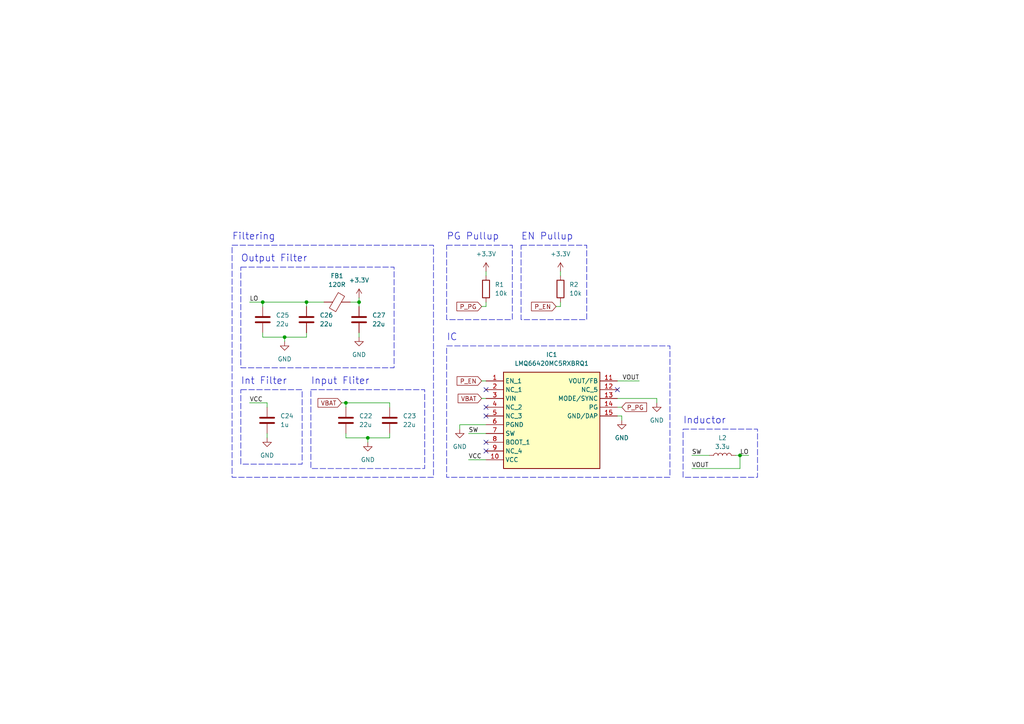
<source format=kicad_sch>
(kicad_sch (version 20230121) (generator eeschema)
  (paper "A4")
  (title_block (title "PSU") (date "2024-01-25") (rev "1.0"))
  (lib_symbols
    (symbol "Device:C" (pin_numbers hide) (pin_names (offset 0.254))
      (property "Reference" "C" (at 0.635 2.54 0))
      (property "Value" "C" (at 0.635 -2.54 0))
      (symbol "C_0_1"
        (polyline (pts (xy -2.032 -0.762) (xy 2.032 -0.762)) (stroke (width 0.508)))
        (polyline (pts (xy -2.032 0.762) (xy 2.032 0.762)) (stroke (width 0.508)))
      )
      (symbol "C_1_1"
        (pin passive line (at 0 3.81 270) (length 2.794) (name "~") (number "1"))
        (pin passive line (at 0 -3.81 90) (length 2.794) (name "~") (number "2"))
      )
    )
    (symbol "Device:FerriteBead" (pin_numbers hide) (pin_names (offset 0))
      (property "Reference" "FB" (at -3.81 0.635 90))
      (property "Value" "FerriteBead" (at 3.81 0 90))
      (symbol "FerriteBead_0_1"
        (polyline (pts (xy 0 -1.27) (xy 0 -1.2192)))
        (polyline (pts (xy 0 1.27) (xy 0 1.2954)))
        (polyline (pts (xy -2.7686 0.4064) (xy -1.7018 2.2606) (xy 2.7686 -0.3048) (xy 1.6764 -2.159) (xy -2.7686 0.4064)))
      )
      (symbol "FerriteBead_1_1"
        (pin passive line (at 0 3.81 270) (length 2.54) (name "~") (number "1"))
        (pin passive line (at 0 -3.81 90) (length 2.54) (name "~") (number "2"))
      )
    )
    (symbol "Device:L" (pin_numbers hide) (pin_names (offset 1.016) hide)
      (property "Reference" "L" (at -1.27 0 90))
      (property "Value" "L" (at 1.905 0 90))
      (symbol "L_0_1"
        (arc (start 0 -2.54) (mid 0.6323 -1.905) (end 0 -1.27))
        (arc (start 0 -1.27) (mid 0.6323 -0.635) (end 0 0))
        (arc (start 0 0) (mid 0.6323 0.635) (end 0 1.27))
        (arc (start 0 1.27) (mid 0.6323 1.905) (end 0 2.54))
      )
      (symbol "L_1_1"
        (pin passive line (at 0 3.81 270) (length 1.27) (name "1") (number "1"))
        (pin passive line (at 0 -3.81 90) (length 1.27) (name "2") (number "2"))
      )
    )
    (symbol "Device:R" (pin_numbers hide) (pin_names (offset 0))
      (property "Reference" "R" (at 2.032 0 90))
      (property "Value" "R" (at 0 0 90))
      (symbol "R_0_1"
        (rectangle (start -1.016 -2.54) (end 1.016 2.54) (stroke (width 0.254)))
      )
      (symbol "R_1_1"
        (pin passive line (at 0 3.81 270) (length 1.27) (name "~") (number "1"))
        (pin passive line (at 0 -3.81 90) (length 1.27) (name "~") (number "2"))
      )
    )
    (symbol "LMQ66420MC5RXBRQ1:LMQ66420MC5RXBRQ1"
      (property "Reference" "IC" (at 34.29 7.62 0))
      (property "Value" "LMQ66420MC5RXBRQ1" (at 34.29 5.08 0))
      (symbol "LMQ66420MC5RXBRQ1_1_1"
        (rectangle (start 5.08 2.54) (end 33.02 -25.4) (stroke (width 0.254)) (fill (type background)))
        (pin passive line (at 0 0 0) (length 5.08) (name "EN_1") (number "1"))
        (pin passive line (at 0 -22.86 0) (length 5.08) (name "VCC") (number "10"))
        (pin passive line (at 38.1 0 180) (length 5.08) (name "VOUT/FB") (number "11"))
        (pin passive line (at 38.1 -2.54 180) (length 5.08) (name "NC_5") (number "12"))
        (pin passive line (at 38.1 -5.08 180) (length 5.08) (name "MODE/SYNC") (number "13"))
        (pin passive line (at 38.1 -7.62 180) (length 5.08) (name "PG") (number "14"))
        (pin passive line (at 38.1 -10.16 180) (length 5.08) (name "GND/DAP") (number "15"))
        (pin passive line (at 0 -2.54 0) (length 5.08) (name "NC_1") (number "2"))
        (pin passive line (at 0 -5.08 0) (length 5.08) (name "VIN") (number "3"))
        (pin passive line (at 0 -7.62 0) (length 5.08) (name "NC_2") (number "4"))
        (pin passive line (at 0 -10.16 0) (length 5.08) (name "NC_3") (number "5"))
        (pin passive line (at 0 -12.7 0) (length 5.08) (name "PGND") (number "6"))
        (pin passive line (at 0 -15.24 0) (length 5.08) (name "SW") (number "7"))
        (pin passive line (at 0 -17.78 0) (length 5.08) (name "BOOT_1") (number "8"))
        (pin passive line (at 0 -20.32 0) (length 5.08) (name "NC_4") (number "9"))
      )
    )
    (symbol "power:+3.3V" (power) (pin_names (offset 0))
      (property "Value" "+3.3V" (at 0 3.556 0))
      (symbol "+3.3V_0_1"
        (polyline (pts (xy -0.762 1.27) (xy 0 2.54)))
        (polyline (pts (xy 0 0) (xy 0 2.54)))
        (polyline (pts (xy 0 2.54) (xy 0.762 1.27)))
      )
      (symbol "+3.3V_1_1"
        (pin power_in line (at 0 0 90) (length 0) hide (name "+3.3V") (number "1"))
      )
    )
    (symbol "power:GND" (power) (pin_names (offset 0))
      (property "Value" "GND" (at 0 -3.81 0))
      (symbol "GND_0_1"
        (polyline (pts (xy 0 0) (xy 0 -1.27) (xy 1.27 -1.27) (xy 0 -2.54) (xy -1.27 -1.27) (xy 0 -1.27)))
      )
      (symbol "GND_1_1"
        (pin power_in line (at 0 0 270) (length 0) hide (name "GND") (number "1"))
      )
    )
  )
  (junction (at 88.9 87.63))
  (junction (at 214.63 132.08))
  (junction (at 76.2 87.63))
  (junction (at 106.68 127))
  (junction (at 100.33 116.84))
  (junction (at 82.55 97.79))
  (junction (at 104.14 87.63))
  (no_connect (at 140.97 130.81))
  (no_connect (at 140.97 120.65))
  (no_connect (at 179.07 113.03))
  (no_connect (at 140.97 113.03))
  (no_connect (at 140.97 128.27))
  (no_connect (at 140.97 118.11))
  (wire (pts (xy 100.33 116.84) (xy 100.33 118.11)))
  (wire (pts (xy 139.7 110.49) (xy 140.97 110.49)))
  (wire (pts (xy 77.47 118.11) (xy 77.47 116.84)))
  (wire (pts (xy 213.36 132.08) (xy 214.63 132.08)))
  (wire (pts (xy 77.47 116.84) (xy 72.39 116.84)))
  (wire (pts (xy 113.03 116.84) (xy 100.33 116.84)))
  (wire (pts (xy 104.14 88.9) (xy 104.14 87.63)))
  (wire (pts (xy 82.55 97.79) (xy 88.9 97.79)))
  (wire (pts (xy 135.89 125.73) (xy 140.97 125.73)))
  (wire (pts (xy 139.7 115.57) (xy 140.97 115.57)))
  (wire (pts (xy 179.07 118.11) (xy 180.34 118.11)))
  (wire (pts (xy 104.14 86.36) (xy 104.14 87.63)))
  (wire (pts (xy 100.33 125.73) (xy 100.33 127)))
  (wire (pts (xy 104.14 96.52) (xy 104.14 97.79)))
  (wire (pts (xy 106.68 127) (xy 113.03 127)))
  (wire (pts (xy 76.2 87.63) (xy 76.2 88.9)))
  (wire (pts (xy 133.35 123.19) (xy 140.97 123.19)))
  (wire (pts (xy 135.89 133.35) (xy 140.97 133.35)))
  (wire (pts (xy 88.9 97.79) (xy 88.9 96.52)))
  (wire (pts (xy 140.97 87.63) (xy 140.97 88.9)))
  (wire (pts (xy 180.34 121.92) (xy 180.34 120.65)))
  (wire (pts (xy 88.9 88.9) (xy 88.9 87.63)))
  (wire (pts (xy 133.35 124.46) (xy 133.35 123.19)))
  (wire (pts (xy 76.2 87.63) (xy 88.9 87.63)))
  (wire (pts (xy 76.2 97.79) (xy 82.55 97.79)))
  (wire (pts (xy 82.55 97.79) (xy 82.55 99.06)))
  (wire (pts (xy 214.63 132.08) (xy 217.17 132.08)))
  (wire (pts (xy 180.34 120.65) (xy 179.07 120.65)))
  (wire (pts (xy 200.66 135.89) (xy 214.63 135.89)))
  (wire (pts (xy 104.14 87.63) (xy 101.6 87.63)))
  (wire (pts (xy 113.03 127) (xy 113.03 125.73)))
  (wire (pts (xy 140.97 88.9) (xy 139.7 88.9)))
  (wire (pts (xy 162.56 88.9) (xy 161.29 88.9)))
  (wire (pts (xy 76.2 96.52) (xy 76.2 97.79)))
  (wire (pts (xy 162.56 78.74) (xy 162.56 80.01)))
  (wire (pts (xy 77.47 125.73) (xy 77.47 127)))
  (wire (pts (xy 214.63 135.89) (xy 214.63 132.08)))
  (wire (pts (xy 140.97 78.74) (xy 140.97 80.01)))
  (wire (pts (xy 100.33 127) (xy 106.68 127)))
  (wire (pts (xy 99.06 116.84) (xy 100.33 116.84)))
  (wire (pts (xy 200.66 132.08) (xy 205.74 132.08)))
  (wire (pts (xy 106.68 127) (xy 106.68 128.27)))
  (wire (pts (xy 88.9 87.63) (xy 93.98 87.63)))
  (wire (pts (xy 162.56 87.63) (xy 162.56 88.9)))
  (wire (pts (xy 190.5 115.57) (xy 179.07 115.57)))
  (wire (pts (xy 72.39 87.63) (xy 76.2 87.63)))
  (wire (pts (xy 190.5 116.84) (xy 190.5 115.57)))
  (wire (pts (xy 179.07 110.49) (xy 185.42 110.49)))
  (wire (pts (xy 113.03 118.11) (xy 113.03 116.84)))
  (rectangle (start 198.12 124.46) (end 219.71 138.43) (stroke (width 0) (type dash)))
  (rectangle (start 69.85 77.47) (end 114.3 106.68) (stroke (width 0) (type dash)))
  (rectangle (start 69.85 113.03) (end 87.63 134.62) (stroke (width 0) (type dash)))
  (rectangle (start 90.17 113.03) (end 123.19 135.89) (stroke (width 0) (type dash)))
  (rectangle (start 151.13 71.12) (end 170.18 92.71) (stroke (width 0) (type dash)))
  (rectangle (start 129.54 100.33) (end 194.31 138.43) (stroke (width 0) (type dash)))
  (rectangle (start 67.31 71.12) (end 125.73 138.43) (stroke (width 0) (type dash)))
  (rectangle (start 129.54 71.12) (end 148.59 92.71) (stroke (width 0) (type dash)))
  (text "IC" (at 129.54 99.06 0) (effects (font (size 2 2)) (justify left bottom)))
  (text "Input Fliter" (at 90.17 111.76 0) (effects (font (size 2 2)) (justify left bottom)))
  (text "Output Filter" (at 69.85 76.2 0) (effects (font (size 2 2)) (justify left bottom)))
  (text "PG Pullup" (at 129.54 69.85 0) (effects (font (size 2 2)) (justify left bottom)))
  (text "Inductor" (at 198.12 123.19 0) (effects (font (size 2 2)) (justify left bottom)))
  (text "EN Pullup" (at 151.13 69.85 0) (effects (font (size 2 2)) (justify left bottom)))
  (text "Int Filter" (at 69.85 111.76 0) (effects (font (size 2 2)) (justify left bottom)))
  (text "Filtering" (at 67.31 69.85 0) (effects (font (size 2 2)) (justify left bottom)))
  (label "SW" (at 200.66 132.08 0))
  (label "VCC" (at 72.39 116.84 0))
  (label "VOUT" (at 200.66 135.89 0))
  (label "LO" (at 217.17 132.08 180))
  (label "LO" (at 72.39 87.63 0))
  (label "SW" (at 135.89 125.73 0))
  (label "VCC" (at 135.89 133.35 0))
  (label "VOUT" (at 185.42 110.49 180))
  (global_label "VBAT" (shape input) (at 139.7 115.57 180) (property "Intersheetrefs" "${INTERSHEET_REFS}" (effects hide)))
  (global_label "P_EN" (shape input) (at 161.29 88.9 180) (property "Intersheetrefs" "${INTERSHEET_REFS}" (effects hide)))
  (global_label "VBAT" (shape input) (at 99.06 116.84 180) (property "Intersheetrefs" "${INTERSHEET_REFS}" (effects hide)))
  (global_label "P_PG" (shape input) (at 180.34 118.11 0) (property "Intersheetrefs" "${INTERSHEET_REFS}" (effects hide)))
  (global_label "P_EN" (shape input) (at 139.7 110.49 180) (property "Intersheetrefs" "${INTERSHEET_REFS}" (effects hide)))
  (global_label "P_PG" (shape input) (at 139.7 88.9 180) (property "Intersheetrefs" "${INTERSHEET_REFS}" (effects hide)))
  (symbol (lib_id "LMQ66420MC5RXBRQ1:LMQ66420MC5RXBRQ1") (at 140.97 110.49 0) (unit 1)
    (property "Reference" "IC1" (at 160.02 102.87 0))
    (property "Value" "LMQ66420MC5RXBRQ1" (at 160.02 105.41 0))
    (property "Footprint" "LMQ66430R5RXBR" (effects hide))
    (property "Datasheet" "https://www.ti.com/lit/gpn/lmq66420-q1?HQS=ti-null-null-sf-df-pf-sep-wwe&DCM=yes?hkey=EF798316E3902B6ED9A73243A3159BB0" (effects hide))
    (property "Height" "1.05" (effects hide))
    (property "Manufacturer_Name" "Texas Instruments" (effects hide))
    (property "Manufacturer_Part_Number" "LMQ66420MC5RXBRQ1" (effects hide))
    (property "Mouser Part Number" "595-MQ66420MC5RXBRQ1" (effects hide))
    (property "Mouser Price/Stock" "https://www.mouser.co.uk/ProductDetail/Texas-Instruments/LMQ66420MC5RXBRQ1?qs=1Kr7Jg1SGW%2FJb4To9Gytbg%3D%3D" (effects hide))
  )
  (symbol (lib_id "power:+3.3V") (at 140.97 78.74 0) (unit 1)
    (property "Reference" "#PWR041" (effects hide))
    (property "Value" "+3.3V" (at 140.97 73.66 0))
  )
  (symbol (lib_id "power:+3.3V") (at 162.56 78.74 0) (unit 1)
    (property "Reference" "#PWR042" (effects hide))
    (property "Value" "+3.3V" (at 162.56 73.66 0))
  )
  (symbol (lib_id "power:GND") (at 104.14 97.79 0) (unit 1)
    (property "Reference" "#PWR038" (effects hide))
    (property "Value" "GND" (at 104.14 102.87 0))
  )
  (symbol (lib_id "power:GND") (at 77.47 127 0) (unit 1)
    (property "Reference" "#PWR037" (effects hide))
    (property "Value" "GND" (at 77.47 132.08 0))
  )
  (symbol (lib_id "Device:C") (at 100.33 121.92 0) (unit 1)
    (property "Reference" "C22" (at 104.14 120.65 0) (effects (justify left)))
    (property "Value" "22u" (at 104.14 123.19 0) (effects (justify left)))
  )
  (symbol (lib_id "Device:R") (at 162.56 83.82 0) (unit 1)
    (property "Reference" "R2" (at 165.1 82.55 0) (effects (justify left)))
    (property "Value" "10k" (at 165.1 85.09 0) (effects (justify left)))
  )
  (symbol (lib_id "power:GND") (at 82.55 99.06 0) (unit 1)
    (property "Reference" "#PWR040" (effects hide))
    (property "Value" "GND" (at 82.55 104.14 0))
  )
  (symbol (lib_id "power:GND") (at 180.34 121.92 0) (unit 1)
    (property "Reference" "#PWR034" (effects hide))
    (property "Value" "GND" (at 180.34 127 0))
  )
  (symbol (lib_id "power:GND") (at 133.35 124.46 0) (unit 1)
    (property "Reference" "#PWR05" (effects hide))
    (property "Value" "GND" (at 133.35 129.54 0))
  )
  (symbol (lib_id "Device:C") (at 88.9 92.71 0) (unit 1)
    (property "Reference" "C26" (at 92.71 91.44 0) (effects (justify left)))
    (property "Value" "22u" (at 92.71 93.98 0) (effects (justify left)))
  )
  (symbol (lib_id "Device:C") (at 76.2 92.71 0) (unit 1)
    (property "Reference" "C25" (at 80.01 91.44 0) (effects (justify left)))
    (property "Value" "22u" (at 80.01 93.98 0) (effects (justify left)))
  )
  (symbol (lib_id "power:+3.3V") (at 104.14 86.36 0) (unit 1)
    (property "Reference" "#PWR039" (effects hide))
    (property "Value" "+3.3V" (at 104.14 81.28 0))
  )
  (symbol (lib_id "Device:C") (at 104.14 92.71 0) (unit 1)
    (property "Reference" "C27" (at 107.95 91.44 0) (effects (justify left)))
    (property "Value" "22u" (at 107.95 93.98 0) (effects (justify left)))
  )
  (symbol (lib_id "Device:C") (at 77.47 121.92 0) (unit 1)
    (property "Reference" "C24" (at 81.28 120.65 0) (effects (justify left)))
    (property "Value" "1u" (at 81.28 123.19 0) (effects (justify left)))
  )
  (symbol (lib_id "Device:C") (at 113.03 121.92 0) (unit 1)
    (property "Reference" "C23" (at 116.84 120.65 0) (effects (justify left)))
    (property "Value" "22u" (at 116.84 123.19 0) (effects (justify left)))
  )
  (symbol (lib_id "power:GND") (at 190.5 116.84 0) (unit 1)
    (property "Reference" "#PWR035" (effects hide))
    (property "Value" "GND" (at 190.5 121.92 0))
  )
  (symbol (lib_id "power:GND") (at 106.68 128.27 0) (unit 1)
    (property "Reference" "#PWR036" (effects hide))
    (property "Value" "GND" (at 106.68 133.35 0))
  )
  (symbol (lib_id "Device:R") (at 140.97 83.82 0) (unit 1)
    (property "Reference" "R1" (at 143.51 82.55 0) (effects (justify left)))
    (property "Value" "10k" (at 143.51 85.09 0) (effects (justify left)))
  )
  (symbol (lib_id "Device:L") (at 209.55 132.08 90) (unit 1)
    (property "Reference" "L2" (at 209.55 127 90))
    (property "Value" "3.3u" (at 209.55 129.54 90))
  )
  (symbol (lib_id "Device:FerriteBead") (at 97.79 87.63 90) (unit 1)
    (property "Reference" "FB1" (at 97.7392 80.01 90))
    (property "Value" "120R" (at 97.7392 82.55 90))
  )
)
</source>
